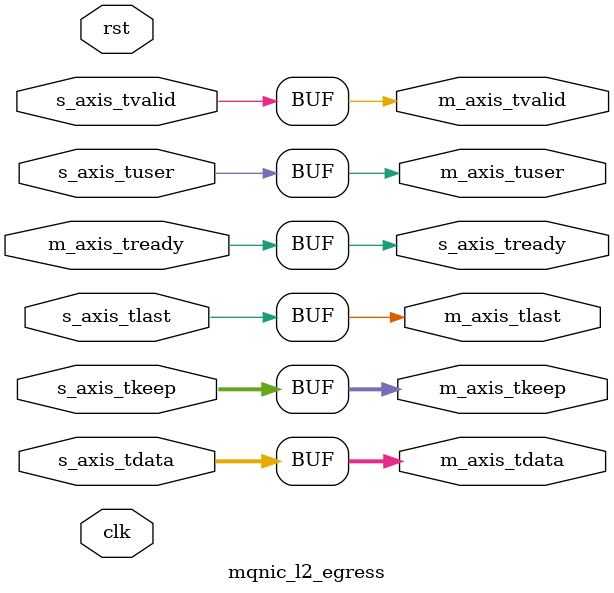
<source format=v>
/*

Copyright 2022, The Regents of the University of California.
All rights reserved.

Redistribution and use in source and binary forms, with or without
modification, are permitted provided that the following conditions are met:

   1. Redistributions of source code must retain the above copyright notice,
      this list of conditions and the following disclaimer.

   2. Redistributions in binary form must reproduce the above copyright notice,
      this list of conditions and the following disclaimer in the documentation
      and/or other materials provided with the distribution.

THIS SOFTWARE IS PROVIDED BY THE REGENTS OF THE UNIVERSITY OF CALIFORNIA ''AS
IS'' AND ANY EXPRESS OR IMPLIED WARRANTIES, INCLUDING, BUT NOT LIMITED TO, THE
IMPLIED WARRANTIES OF MERCHANTABILITY AND FITNESS FOR A PARTICULAR PURPOSE ARE
DISCLAIMED. IN NO EVENT SHALL THE REGENTS OF THE UNIVERSITY OF CALIFORNIA OR
CONTRIBUTORS BE LIABLE FOR ANY DIRECT, INDIRECT, INCIDENTAL, SPECIAL,
EXEMPLARY, OR CONSEQUENTIAL DAMAGES (INCLUDING, BUT NOT LIMITED TO, PROCUREMENT
OF SUBSTITUTE GOODS OR SERVICES; LOSS OF USE, DATA, OR PROFITS; OR BUSINESS
INTERRUPTION) HOWEVER CAUSED AND ON ANY THEORY OF LIABILITY, WHETHER IN
CONTRACT, STRICT LIABILITY, OR TORT (INCLUDING NEGLIGENCE OR OTHERWISE) ARISING
IN ANY WAY OUT OF THE USE OF THIS SOFTWARE, EVEN IF ADVISED OF THE POSSIBILITY
OF SUCH DAMAGE.

The views and conclusions contained in the software and documentation are those
of the authors and should not be interpreted as representing official policies,
either expressed or implied, of The Regents of the University of California.

*/

// Language: Verilog 2001

`resetall
`timescale 1ns / 1ps
`default_nettype none

/*
 * NIC layer 2 egress processing
 */
module mqnic_l2_egress #
(
    // Width of AXI stream interfaces in bits
    parameter AXIS_DATA_WIDTH = 256,
    // AXI stream tkeep signal width (words per cycle)
    parameter AXIS_KEEP_WIDTH = AXIS_DATA_WIDTH/8,
    // AXI stream tuser signal width
    parameter AXIS_USER_WIDTH = 1
)
(
    input  wire                        clk,
    input  wire                        rst,

    /*
     * Transmit data input
     */
    input  wire [AXIS_DATA_WIDTH-1:0]  s_axis_tdata,
    input  wire [AXIS_KEEP_WIDTH-1:0]  s_axis_tkeep,
    input  wire                        s_axis_tvalid,
    output wire                        s_axis_tready,
    input  wire                        s_axis_tlast,
    input  wire [AXIS_USER_WIDTH-1:0]  s_axis_tuser,

    /*
     * Transmit data output
     */
    output wire [AXIS_DATA_WIDTH-1:0]  m_axis_tdata,
    output wire [AXIS_KEEP_WIDTH-1:0]  m_axis_tkeep,
    output wire                        m_axis_tvalid,
    input  wire                        m_axis_tready,
    output wire                        m_axis_tlast,
    output wire [AXIS_USER_WIDTH-1:0]  m_axis_tuser
);




assign m_axis_tdata = s_axis_tdata;
assign m_axis_tkeep = s_axis_tkeep;
assign m_axis_tvalid = s_axis_tvalid;
assign s_axis_tready = m_axis_tready;
assign m_axis_tlast = s_axis_tlast;
assign m_axis_tuser = s_axis_tuser;




endmodule

`resetall

</source>
